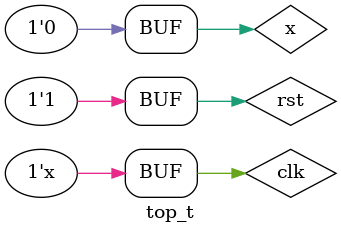
<source format=v>
`timescale 1ns / 1ps


module top_t;

	// Inputs
	reg clk;
	reg rst;
	reg x;

	// Outputs
	wire y;

	// Instantiate the Unit Under Test (UUT)
	top uut (
		.clk(clk), 
		.rst(rst), 
		.x(x), 
		.y(y)
	);

	initial begin
		// Initialize Inputs
		clk = 0;
		rst = 0;
		x = 0;
		// Wait 100 ns for global reset to finish
		#50;
      rst = 1;
		x=1;
		#50;
		x=0;
		#50;
		x=1;
		#50;
		x=0;
		#50;
		x=1;
		#50;
		x=0;
	end
	always #5 clk =~ clk;
      
endmodule


</source>
